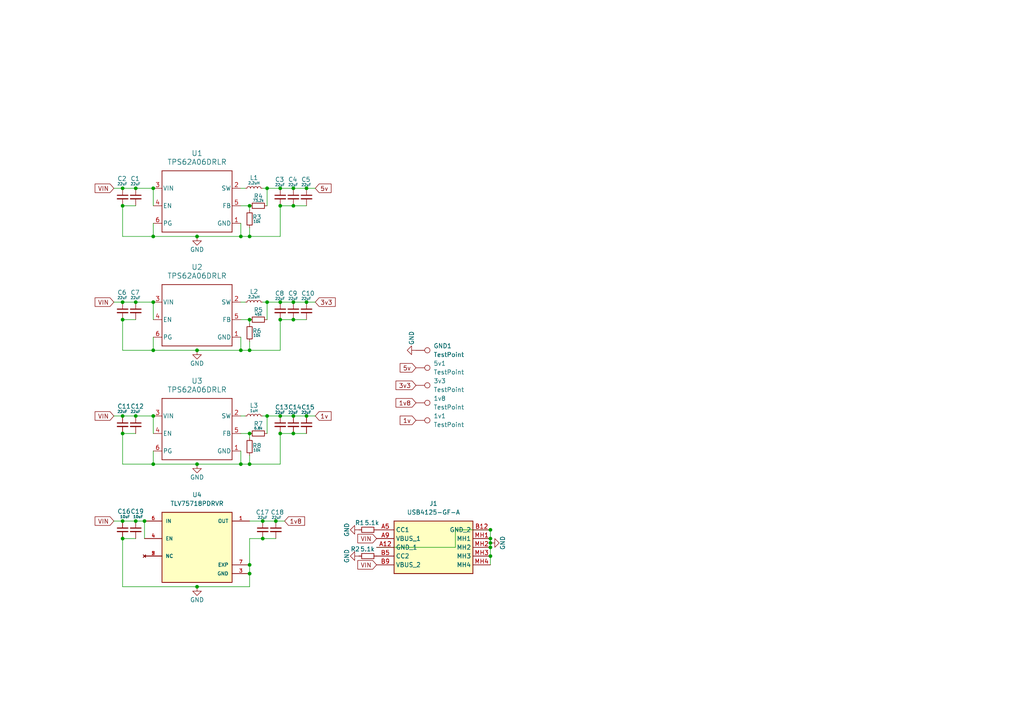
<source format=kicad_sch>
(kicad_sch (version 20231120) (generator "eeschema") (generator_version "8.0")
  (paper "A4")
  (lib_symbols
    (symbol "Connector:TestPoint" (pin_numbers hide) (pin_names (offset 0.762) hide)
      (property "Reference" "TP" (at 0 6.858 0))
      (property "Value" "TestPoint" (at 0 5.08 0))
      (symbol "TestPoint_0_1"
        (circle (center 0 3.302) (radius 0.762))
      )
      (symbol "TestPoint_1_1"
        (pin passive line (at 0 0 90) (length 2.54) (name "1") (number "1"))
      )
    )
    (symbol "Device:C_Small" (pin_numbers hide) (pin_names (offset 0.254) hide)
      (property "Reference" "C" (at 0.254 1.778 0))
      (property "Value" "C_Small" (at 0.254 -2.032 0))
      (symbol "C_Small_0_1"
        (polyline (pts (xy -1.524 -0.508) (xy 1.524 -0.508)) (stroke (width 0.3302)))
        (polyline (pts (xy -1.524 0.508) (xy 1.524 0.508)) (stroke (width 0.3048)))
      )
      (symbol "C_Small_1_1"
        (pin passive line (at 0 2.54 270) (length 2.032) (name "~") (number "1"))
        (pin passive line (at 0 -2.54 90) (length 2.032) (name "~") (number "2"))
      )
    )
    (symbol "Device:L_Small" (pin_numbers hide) (pin_names (offset 0.254) hide)
      (property "Reference" "L" (at 0.762 1.016 0))
      (property "Value" "L_Small" (at 0.762 -1.016 0))
      (symbol "L_Small_0_1"
        (arc (start 0 -2.032) (mid 0.5058 -1.524) (end 0 -1.016))
        (arc (start 0 -1.016) (mid 0.5058 -0.508) (end 0 0))
        (arc (start 0 0) (mid 0.5058 0.508) (end 0 1.016))
        (arc (start 0 1.016) (mid 0.5058 1.524) (end 0 2.032))
      )
      (symbol "L_Small_1_1"
        (pin passive line (at 0 2.54 270) (length 0.508) (name "~") (number "1"))
        (pin passive line (at 0 -2.54 90) (length 0.508) (name "~") (number "2"))
      )
    )
    (symbol "Device:R_Small" (pin_numbers hide) (pin_names (offset 0.254) hide)
      (property "Reference" "R" (at 0.762 0.508 0))
      (property "Value" "R_Small" (at 0.762 -1.016 0))
      (symbol "R_Small_0_1"
        (rectangle (start -0.762 1.778) (end 0.762 -1.778) (stroke (width 0.2032)))
      )
      (symbol "R_Small_1_1"
        (pin passive line (at 0 2.54 270) (length 0.762) (name "~") (number "1"))
        (pin passive line (at 0 -2.54 90) (length 0.762) (name "~") (number "2"))
      )
    )
    (symbol "PS2 PSU Symbols:TLV75718PDRVR" (pin_names (offset 1.016))
      (property "Reference" "U4" (at 0 15.24 0))
      (property "Value" "TLV75718PDRVR" (at 0 12.7 0))
      (symbol "TLV75718PDRVR_0_0"
        (rectangle (start -10.16 -10.16) (end 10.16 10.16) (stroke (width 0.254)) (fill (type background)))
        (pin output line (at 15.24 7.62 180) (length 5.08) (name "OUT") (number "1"))
        (pin no_connect line (at -15.24 -2.54 0) (length 5.08) (name "NC") (number "2"))
        (pin power_in line (at 15.24 -7.62 180) (length 5.08) (name "GND") (number "3"))
        (pin input line (at -15.24 2.54 0) (length 5.08) (name "EN") (number "4"))
        (pin no_connect line (at -15.24 -2.54 0) (length 5.08) (name "NC") (number "5"))
        (pin input line (at -15.24 7.62 0) (length 5.08) (name "IN") (number "6"))
        (pin power_in line (at 15.24 -5.08 180) (length 5.08) (name "EXP") (number "7"))
      )
    )
    (symbol "PS2 PSU Symbols:TPS62A06DRLR" (pin_names (offset 0.254))
      (property "Reference" "U" (at 0 2.54 0))
      (property "Value" "TPS62A06DRLR" (at 12.954 9.652 0))
      (symbol "TPS62A06DRLR_0_1"
        (polyline (pts (xy 5.08 -13.97) (xy 25.4 -13.97)) (stroke (width 0.2032)))
        (polyline (pts (xy 5.08 3.81) (xy 5.08 -13.97)) (stroke (width 0.2032)))
        (polyline (pts (xy 25.4 -13.97) (xy 25.4 3.81)) (stroke (width 0.2032)))
        (polyline (pts (xy 25.4 3.81) (xy 5.08 3.81)) (stroke (width 0.2032)))
      )
      (symbol "TPS62A06DRLR_1_1"
        (pin power_in line (at 27.94 -11.43 180) (length 2.54) (name "GND") (number "1"))
        (pin unspecified line (at 27.94 -1.27 180) (length 2.54) (name "SW") (number "2"))
        (pin power_in line (at 2.54 -1.27 0) (length 2.54) (name "VIN") (number "3"))
        (pin input line (at 2.54 -6.35 0) (length 2.54) (name "EN") (number "4"))
        (pin unspecified line (at 27.94 -6.35 180) (length 2.54) (name "FB") (number "5"))
        (pin open_collector line (at 2.54 -11.43 0) (length 2.54) (name "PG") (number "6"))
      )
    )
    (symbol "PS2 PSU Symbols:USB4125-GF-A"
      (property "Reference" "J" (at 29.21 7.62 0))
      (property "Value" "USB4125-GF-A" (at 29.21 5.08 0))
      (symbol "USB4125-GF-A_1_1"
        (rectangle (start 5.08 2.54) (end 27.94 -12.7) (stroke (width 0.254)) (fill (type background)))
        (pin passive line (at 0 -5.08 0) (length 5.08) (name "GND_1") (number "A12"))
        (pin passive line (at 0 0 0) (length 5.08) (name "CC1") (number "A5"))
        (pin passive line (at 0 -2.54 0) (length 5.08) (name "VBUS_1") (number "A9"))
        (pin passive line (at 33.02 0 180) (length 5.08) (name "GND_2") (number "B12"))
        (pin passive line (at 0 -7.62 0) (length 5.08) (name "CC2") (number "B5"))
        (pin passive line (at 0 -10.16 0) (length 5.08) (name "VBUS_2") (number "B9"))
        (pin passive line (at 33.02 -2.54 180) (length 5.08) (name "MH1") (number "MH1"))
        (pin passive line (at 33.02 -5.08 180) (length 5.08) (name "MH2") (number "MH2"))
        (pin passive line (at 33.02 -7.62 180) (length 5.08) (name "MH3") (number "MH3"))
        (pin passive line (at 33.02 -10.16 180) (length 5.08) (name "MH4") (number "MH4"))
      )
    )
    (symbol "power:GND" (power) (pin_numbers hide) (pin_names (offset 0) hide)
      (property "Value" "GND" (at 0 -3.81 0))
      (symbol "GND_0_1"
        (polyline (pts (xy 0 0) (xy 0 -1.27) (xy 1.27 -1.27) (xy 0 -2.54) (xy -1.27 -1.27) (xy 0 -1.27)))
      )
      (symbol "GND_1_1"
        (pin power_in line (at 0 0 270) (length 0) (name "~") (number "1"))
      )
    )
  )
  (junction (at 44.45 68.58))
  (junction (at 142.24 153.67))
  (junction (at 85.09 120.65))
  (junction (at 35.56 156.21))
  (junction (at 72.39 134.62))
  (junction (at 69.85 101.6))
  (junction (at 85.09 125.73))
  (junction (at 77.47 54.61))
  (junction (at 85.09 87.63))
  (junction (at 44.45 54.61))
  (junction (at 81.28 54.61))
  (junction (at 76.2 156.21))
  (junction (at 39.37 87.63))
  (junction (at 35.56 120.65))
  (junction (at 69.85 134.62))
  (junction (at 142.24 157.48))
  (junction (at 39.37 151.13))
  (junction (at 44.45 87.63))
  (junction (at 35.56 92.71))
  (junction (at 76.2 151.13))
  (junction (at 72.39 101.6))
  (junction (at 72.39 59.69))
  (junction (at 85.09 92.71))
  (junction (at 142.24 158.75))
  (junction (at 142.24 156.21))
  (junction (at 88.9 120.65))
  (junction (at 72.39 68.58))
  (junction (at 39.37 54.61))
  (junction (at 44.45 120.65))
  (junction (at 35.56 54.61))
  (junction (at 35.56 87.63))
  (junction (at 35.56 59.69))
  (junction (at 57.15 134.62))
  (junction (at 81.28 87.63))
  (junction (at 142.24 161.29))
  (junction (at 88.9 54.61))
  (junction (at 69.85 68.58))
  (junction (at 39.37 120.65))
  (junction (at 35.56 151.13))
  (junction (at 57.15 68.58))
  (junction (at 77.47 120.65))
  (junction (at 72.39 92.71))
  (junction (at 81.28 125.73))
  (junction (at 72.39 166.37))
  (junction (at 81.28 120.65))
  (junction (at 35.56 125.73))
  (junction (at 85.09 59.69))
  (junction (at 41.91 151.13))
  (junction (at 81.28 92.71))
  (junction (at 44.45 101.6))
  (junction (at 57.15 101.6))
  (junction (at 85.09 54.61))
  (junction (at 77.47 87.63))
  (junction (at 72.39 163.83))
  (junction (at 72.39 125.73))
  (junction (at 57.15 170.18))
  (junction (at 80.01 151.13))
  (junction (at 88.9 87.63))
  (junction (at 44.45 134.62))
  (junction (at 81.28 59.69))
  (wire (pts (xy 35.56 151.13) (xy 33.02 151.13)))
  (wire (pts (xy 72.39 163.83) (xy 72.39 166.37)))
  (wire (pts (xy 69.85 134.62) (xy 72.39 134.62)))
  (wire (pts (xy 35.56 87.63) (xy 39.37 87.63)))
  (wire (pts (xy 35.56 120.65) (xy 39.37 120.65)))
  (wire (pts (xy 76.2 120.65) (xy 77.47 120.65)))
  (wire (pts (xy 72.39 134.62) (xy 81.28 134.62)))
  (wire (pts (xy 81.28 54.61) (xy 85.09 54.61)))
  (wire (pts (xy 44.45 68.58) (xy 57.15 68.58)))
  (wire (pts (xy 77.47 120.65) (xy 77.47 125.73)))
  (wire (pts (xy 77.47 87.63) (xy 77.47 92.71)))
  (wire (pts (xy 77.47 87.63) (xy 81.28 87.63)))
  (wire (pts (xy 76.2 156.21) (xy 72.39 156.21)))
  (wire (pts (xy 142.24 153.67) (xy 142.24 156.21)))
  (wire (pts (xy 35.56 156.21) (xy 39.37 156.21)))
  (wire (pts (xy 72.39 66.04) (xy 72.39 68.58)))
  (wire (pts (xy 35.56 54.61) (xy 39.37 54.61)))
  (wire (pts (xy 69.85 54.61) (xy 71.12 54.61)))
  (wire (pts (xy 33.02 87.63) (xy 35.56 87.63)))
  (wire (pts (xy 85.09 87.63) (xy 88.9 87.63)))
  (wire (pts (xy 81.28 59.69) (xy 85.09 59.69)))
  (wire (pts (xy 77.47 54.61) (xy 81.28 54.61)))
  (wire (pts (xy 35.56 68.58) (xy 44.45 68.58)))
  (wire (pts (xy 44.45 54.61) (xy 44.45 59.69)))
  (wire (pts (xy 39.37 151.13) (xy 41.91 151.13)))
  (wire (pts (xy 57.15 134.62) (xy 69.85 134.62)))
  (wire (pts (xy 72.39 68.58) (xy 81.28 68.58)))
  (wire (pts (xy 39.37 120.65) (xy 44.45 120.65)))
  (wire (pts (xy 35.56 170.18) (xy 57.15 170.18)))
  (wire (pts (xy 69.85 68.58) (xy 69.85 64.77)))
  (wire (pts (xy 132.08 153.67) (xy 142.24 153.67)))
  (wire (pts (xy 142.24 161.29) (xy 142.24 163.83)))
  (wire (pts (xy 69.85 59.69) (xy 72.39 59.69)))
  (wire (pts (xy 72.39 151.13) (xy 76.2 151.13)))
  (wire (pts (xy 35.56 92.71) (xy 35.56 101.6)))
  (wire (pts (xy 69.85 92.71) (xy 72.39 92.71)))
  (wire (pts (xy 33.02 120.65) (xy 35.56 120.65)))
  (wire (pts (xy 85.09 92.71) (xy 88.9 92.71)))
  (wire (pts (xy 77.47 54.61) (xy 77.47 59.69)))
  (wire (pts (xy 44.45 101.6) (xy 57.15 101.6)))
  (wire (pts (xy 72.39 101.6) (xy 81.28 101.6)))
  (wire (pts (xy 81.28 120.65) (xy 85.09 120.65)))
  (wire (pts (xy 76.2 151.13) (xy 80.01 151.13)))
  (wire (pts (xy 85.09 125.73) (xy 88.9 125.73)))
  (wire (pts (xy 69.85 101.6) (xy 72.39 101.6)))
  (wire (pts (xy 85.09 54.61) (xy 88.9 54.61)))
  (wire (pts (xy 85.09 120.65) (xy 88.9 120.65)))
  (wire (pts (xy 132.08 158.75) (xy 132.08 153.67)))
  (wire (pts (xy 109.22 158.75) (xy 132.08 158.75)))
  (wire (pts (xy 35.56 125.73) (xy 39.37 125.73)))
  (wire (pts (xy 35.56 59.69) (xy 39.37 59.69)))
  (wire (pts (xy 80.01 151.13) (xy 82.55 151.13)))
  (wire (pts (xy 33.02 54.61) (xy 35.56 54.61)))
  (wire (pts (xy 35.56 101.6) (xy 44.45 101.6)))
  (wire (pts (xy 76.2 87.63) (xy 77.47 87.63)))
  (wire (pts (xy 88.9 120.65) (xy 91.44 120.65)))
  (wire (pts (xy 76.2 54.61) (xy 77.47 54.61)))
  (wire (pts (xy 81.28 125.73) (xy 85.09 125.73)))
  (wire (pts (xy 35.56 125.73) (xy 35.56 134.62)))
  (wire (pts (xy 69.85 87.63) (xy 71.12 87.63)))
  (wire (pts (xy 35.56 134.62) (xy 44.45 134.62)))
  (wire (pts (xy 57.15 170.18) (xy 72.39 170.18)))
  (wire (pts (xy 76.2 156.21) (xy 80.01 156.21)))
  (wire (pts (xy 81.28 125.73) (xy 81.28 134.62)))
  (wire (pts (xy 69.85 120.65) (xy 71.12 120.65)))
  (wire (pts (xy 81.28 87.63) (xy 85.09 87.63)))
  (wire (pts (xy 72.39 156.21) (xy 72.39 163.83)))
  (wire (pts (xy 88.9 54.61) (xy 91.44 54.61)))
  (wire (pts (xy 44.45 97.79) (xy 44.45 101.6)))
  (wire (pts (xy 69.85 134.62) (xy 69.85 130.81)))
  (wire (pts (xy 39.37 87.63) (xy 44.45 87.63)))
  (wire (pts (xy 57.15 101.6) (xy 69.85 101.6)))
  (wire (pts (xy 44.45 87.63) (xy 44.45 92.71)))
  (wire (pts (xy 39.37 54.61) (xy 44.45 54.61)))
  (wire (pts (xy 142.24 158.75) (xy 142.24 161.29)))
  (wire (pts (xy 88.9 87.63) (xy 91.44 87.63)))
  (wire (pts (xy 72.39 125.73) (xy 72.39 127)))
  (wire (pts (xy 81.28 92.71) (xy 85.09 92.71)))
  (wire (pts (xy 85.09 59.69) (xy 88.9 59.69)))
  (wire (pts (xy 72.39 59.69) (xy 72.39 60.96)))
  (wire (pts (xy 41.91 151.13) (xy 41.91 156.21)))
  (wire (pts (xy 35.56 92.71) (xy 39.37 92.71)))
  (wire (pts (xy 35.56 59.69) (xy 35.56 68.58)))
  (wire (pts (xy 57.15 68.58) (xy 69.85 68.58)))
  (wire (pts (xy 35.56 151.13) (xy 39.37 151.13)))
  (wire (pts (xy 44.45 64.77) (xy 44.45 68.58)))
  (wire (pts (xy 44.45 130.81) (xy 44.45 134.62)))
  (wire (pts (xy 81.28 59.69) (xy 81.28 68.58)))
  (wire (pts (xy 69.85 101.6) (xy 69.85 97.79)))
  (wire (pts (xy 69.85 68.58) (xy 72.39 68.58)))
  (wire (pts (xy 44.45 120.65) (xy 44.45 125.73)))
  (wire (pts (xy 44.45 134.62) (xy 57.15 134.62)))
  (wire (pts (xy 72.39 92.71) (xy 72.39 93.98)))
  (wire (pts (xy 142.24 156.21) (xy 142.24 157.48)))
  (wire (pts (xy 142.24 157.48) (xy 142.24 158.75)))
  (wire (pts (xy 69.85 125.73) (xy 72.39 125.73)))
  (wire (pts (xy 72.39 170.18) (xy 72.39 166.37)))
  (wire (pts (xy 72.39 99.06) (xy 72.39 101.6)))
  (wire (pts (xy 77.47 120.65) (xy 81.28 120.65)))
  (wire (pts (xy 81.28 92.71) (xy 81.28 101.6)))
  (wire (pts (xy 35.56 156.21) (xy 35.56 170.18)))
  (wire (pts (xy 72.39 132.08) (xy 72.39 134.62)))
  (global_label "VIN" (shape input) (at 109.22 156.21 180) (property "Intersheetrefs" "${INTERSHEET_REFS}" (effects (hide yes))))
  (global_label "VIN" (shape input) (at 33.02 120.65 180) (property "Intersheetrefs" "${INTERSHEET_REFS}" (effects (hide yes))))
  (global_label "VIN" (shape input) (at 33.02 54.61 180) (property "Intersheetrefs" "${INTERSHEET_REFS}" (effects (hide yes))))
  (global_label "VIN" (shape input) (at 109.22 163.83 180) (property "Intersheetrefs" "${INTERSHEET_REFS}" (effects (hide yes))))
  (global_label "1v8" (shape input) (at 82.55 151.13 0) (property "Intersheetrefs" "${INTERSHEET_REFS}" (effects (hide yes))))
  (global_label "1v" (shape input) (at 120.65 121.92 180) (property "Intersheetrefs" "${INTERSHEET_REFS}" (effects (hide yes))))
  (global_label "5v" (shape input) (at 120.65 106.68 180) (property "Intersheetrefs" "${INTERSHEET_REFS}" (effects (hide yes))))
  (global_label "1v8" (shape input) (at 120.65 116.84 180) (property "Intersheetrefs" "${INTERSHEET_REFS}" (effects (hide yes))))
  (global_label "3v3" (shape input) (at 120.65 111.76 180) (property "Intersheetrefs" "${INTERSHEET_REFS}" (effects (hide yes))))
  (global_label "3v3" (shape input) (at 91.44 87.63 0) (property "Intersheetrefs" "${INTERSHEET_REFS}" (effects (hide yes))))
  (global_label "5v" (shape input) (at 91.44 54.61 0) (property "Intersheetrefs" "${INTERSHEET_REFS}" (effects (hide yes))))
  (global_label "1v" (shape input) (at 91.44 120.65 0) (property "Intersheetrefs" "${INTERSHEET_REFS}" (effects (hide yes))))
  (global_label "VIN" (shape input) (at 33.02 151.13 180) (property "Intersheetrefs" "${INTERSHEET_REFS}" (effects (hide yes))))
  (global_label "VIN" (shape input) (at 33.02 87.63 180) (property "Intersheetrefs" "${INTERSHEET_REFS}" (effects (hide yes))))
  (symbol (lib_id "Device:C_Small") (at 81.28 57.15 0) (unit 1)
    (property "Reference" "C3" (at 79.756 52.07 0) (effects (justify left)))
    (property "Value" "22uF" (at 79.756 53.594 0) (effects (font (size 0.762 0.762)) (justify left)))
    (property "Footprint" "Capacitor_SMD:C_0805_2012Metric" (effects (hide yes)))
    (property "Description" "Unpolarized capacitor, small symbol" (effects (hide yes)))
  )
  (symbol (lib_id "Device:L_Small") (at 73.66 120.65 90) (unit 1)
    (property "Reference" "L3" (at 73.66 117.602 90))
    (property "Value" "1uH" (at 73.66 119.126 90) (effects (font (size 0.762 0.762))))
    (property "Footprint" "Inductor_SMD:L_Coilcraft_XAL4020-XXX" (effects (hide yes)))
    (property "Description" "Inductor, small symbol" (effects (hide yes)))
  )
  (symbol (lib_id "Device:C_Small") (at 39.37 153.67 0) (unit 1)
    (property "Reference" "C19" (at 37.846 148.336 0) (effects (justify left)))
    (property "Value" "10uF" (at 38.608 149.86 0) (effects (font (size 0.762 0.762)) (justify left)))
    (property "Footprint" "Capacitor_SMD:C_0805_2012Metric" (effects (hide yes)))
    (property "Description" "Unpolarized capacitor, small symbol" (effects (hide yes)))
  )
  (symbol (lib_id "power:GND") (at 57.15 101.6 0) (unit 1)
    (property "Reference" "#PWR05" (effects (hide yes)))
    (property "Value" "GND" (at 57.15 105.41 0))
    (property "Description" "Power symbol creates a global label with name \"GND\" , ground" (effects (hide yes)))
  )
  (symbol (lib_id "Device:C_Small") (at 39.37 90.17 0) (unit 1)
    (property "Reference" "C7" (at 37.846 84.836 0) (effects (justify left)))
    (property "Value" "22uF" (at 37.846 86.36 0) (effects (font (size 0.762 0.762)) (justify left)))
    (property "Footprint" "Capacitor_SMD:C_0805_2012Metric" (effects (hide yes)))
    (property "Description" "Unpolarized capacitor, small symbol" (effects (hide yes)))
  )
  (symbol (lib_id "PS2 PSU Symbols:TPS62A06DRLR") (at 41.91 86.36 0) (unit 1)
    (property "Reference" "U2" (at 57.15 77.47 0) (effects (font (size 1.524 1.524))))
    (property "Value" "TPS62A06DRLR" (at 57.15 80.01 0) (effects (font (size 1.524 1.524))))
    (property "Footprint" "PS2 PSU Footprints:TPS62A06DRLR" (effects (hide yes)))
    (property "Datasheet" "TPS62A06DRLR" (effects (hide yes)))
  )
  (symbol (lib_id "Connector:TestPoint") (at 120.65 121.92 270) (unit 1)
    (property "Reference" "1v1" (at 125.73 120.6499 90) (effects (justify left)))
    (property "Value" "TestPoint" (at 125.73 123.1899 90) (effects (justify left)))
    (property "Footprint" "TestPoint:TestPoint_Pad_D2.5mm" (effects (hide yes)))
    (property "Description" "test point" (effects (hide yes)))
  )
  (symbol (lib_id "Connector:TestPoint") (at 120.65 116.84 270) (unit 1)
    (property "Reference" "1v8" (at 125.73 115.5699 90) (effects (justify left)))
    (property "Value" "TestPoint" (at 125.73 118.1099 90) (effects (justify left)))
    (property "Footprint" "TestPoint:TestPoint_Pad_D2.5mm" (effects (hide yes)))
    (property "Description" "test point" (effects (hide yes)))
  )
  (symbol (lib_id "PS2 PSU Symbols:TLV75718PDRVR") (at 57.15 158.75 0) (unit 1)
    (property "Reference" "U4" (at 57.15 143.51 0))
    (property "Value" "TLV75718PDRVR" (at 57.15 146.05 0))
    (property "Footprint" "PS2 PSU Footprints:TLV75718PDRVR" (effects (hide yes)))
    (property "MF" "Texas Instruments" (effects (hide yes)))
    (property "Purchase-URL" "https://pricing.snapeda.com/search/part/TLV75718PDRVR/?ref=eda" (effects (hide yes)))
    (property "Package" "WSON-6 Texas Instruments" (effects (hide yes)))
    (property "Price" "None" (effects (hide yes)))
    (property "Check_prices" "https://www.snapeda.com/parts/TLV75718PDRVR/Texas+Instruments/view-part/?ref=eda" (effects (hide yes)))
    (property "SnapEDA_Link" "https://www.snapeda.com/parts/TLV75718PDRVR/Texas+Instruments/view-part/?ref=snap" (effects (hide yes)))
    (property "MP" "TLV75718PDRVR" (effects (hide yes)))
    (property "Availability" "In Stock" (effects (hide yes)))
    (property "Description_1" "\n                        \n                            1-A, low-IQ high-accuracy low-dropout (LDO) voltage regulator with enable\n                        \n" (effects (hide yes)))
  )
  (symbol (lib_id "power:GND") (at 104.14 153.67 270) (unit 1)
    (property "Reference" "#PWR01" (effects (hide yes)))
    (property "Value" "GND" (at 100.584 153.67 0))
    (property "Description" "Power symbol creates a global label with name \"GND\" , ground" (effects (hide yes)))
  )
  (symbol (lib_id "PS2 PSU Symbols:TPS62A06DRLR") (at 41.91 53.34 0) (unit 1)
    (property "Reference" "U1" (at 57.15 44.45 0) (effects (font (size 1.524 1.524))))
    (property "Value" "TPS62A06DRLR" (at 57.15 46.99 0) (effects (font (size 1.524 1.524))))
    (property "Footprint" "PS2 PSU Footprints:TPS62A06DRLR" (effects (hide yes)))
    (property "Datasheet" "TPS62A06DRLR" (effects (hide yes)))
  )
  (symbol (lib_id "PS2 PSU Symbols:TPS62A06DRLR") (at 41.91 119.38 0) (unit 1)
    (property "Reference" "U3" (at 57.15 110.49 0) (effects (font (size 1.524 1.524))))
    (property "Value" "TPS62A06DRLR" (at 57.15 113.03 0) (effects (font (size 1.524 1.524))))
    (property "Footprint" "PS2 PSU Footprints:TPS62A06DRLR" (effects (hide yes)))
    (property "Datasheet" "TPS62A06DRLR" (effects (hide yes)))
  )
  (symbol (lib_id "Device:C_Small") (at 81.28 123.19 0) (unit 1)
    (property "Reference" "C13" (at 79.756 118.11 0) (effects (justify left)))
    (property "Value" "22uF" (at 79.756 119.634 0) (effects (font (size 0.762 0.762)) (justify left)))
    (property "Footprint" "Capacitor_SMD:C_0805_2012Metric" (effects (hide yes)))
    (property "Description" "Unpolarized capacitor, small symbol" (effects (hide yes)))
  )
  (symbol (lib_id "Device:C_Small") (at 35.56 57.15 0) (unit 1)
    (property "Reference" "C2" (at 34.036 51.816 0) (effects (justify left)))
    (property "Value" "22uF" (at 34.036 53.34 0) (effects (font (size 0.762 0.762)) (justify left)))
    (property "Footprint" "Capacitor_SMD:C_0805_2012Metric" (effects (hide yes)))
    (property "Description" "Unpolarized capacitor, small symbol" (effects (hide yes)))
  )
  (symbol (lib_id "power:GND") (at 104.14 161.29 270) (unit 1)
    (property "Reference" "#PWR03" (effects (hide yes)))
    (property "Value" "GND" (at 100.584 161.29 0))
    (property "Description" "Power symbol creates a global label with name \"GND\" , ground" (effects (hide yes)))
  )
  (symbol (lib_id "Device:C_Small") (at 80.01 153.67 0) (unit 1)
    (property "Reference" "C18" (at 78.486 148.59 0) (effects (justify left)))
    (property "Value" "22uF" (at 78.74 150.114 0) (effects (font (size 0.762 0.762)) (justify left)))
    (property "Footprint" "Capacitor_SMD:C_0805_2012Metric" (effects (hide yes)))
    (property "Description" "Unpolarized capacitor, small symbol" (effects (hide yes)))
  )
  (symbol (lib_id "Device:R_Small") (at 72.39 63.5 180) (unit 1)
    (property "Reference" "R3" (at 73.152 62.992 0) (effects (justify right)))
    (property "Value" "10k" (at 73.406 64.262 0) (effects (font (size 0.762 0.762)) (justify right)))
    (property "Footprint" "Resistor_SMD:R_0603_1608Metric" (effects (hide yes)))
    (property "Description" "Resistor, small symbol" (effects (hide yes)))
  )
  (symbol (lib_id "Device:R_Small") (at 72.39 129.54 180) (unit 1)
    (property "Reference" "R8" (at 73.152 129.286 0) (effects (justify right)))
    (property "Value" "10k" (at 73.406 130.556 0) (effects (font (size 0.762 0.762)) (justify right)))
    (property "Footprint" "Resistor_SMD:R_0603_1608Metric" (effects (hide yes)))
    (property "Description" "Resistor, small symbol" (effects (hide yes)))
  )
  (symbol (lib_id "Device:R_Small") (at 106.68 153.67 270) (unit 1)
    (property "Reference" "R1" (at 105.664 151.638 90) (effects (justify right)))
    (property "Value" "5.1k" (at 109.982 151.638 90) (effects (justify right)))
    (property "Footprint" "Resistor_SMD:R_0402_1005Metric" (effects (hide yes)))
    (property "Description" "Resistor, small symbol" (effects (hide yes)))
  )
  (symbol (lib_id "Device:R_Small") (at 74.93 92.71 270) (unit 1)
    (property "Reference" "R5" (at 74.93 89.916 90))
    (property "Value" "45k" (at 74.93 91.186 90) (effects (font (size 0.762 0.762))))
    (property "Footprint" "Resistor_SMD:R_0603_1608Metric" (effects (hide yes)))
    (property "Description" "Resistor, small symbol" (effects (hide yes)))
  )
  (symbol (lib_id "Device:C_Small") (at 35.56 153.67 0) (unit 1)
    (property "Reference" "C16" (at 34.036 148.336 0) (effects (justify left)))
    (property "Value" "10uF" (at 34.798 149.86 0) (effects (font (size 0.762 0.762)) (justify left)))
    (property "Footprint" "Capacitor_SMD:C_0805_2012Metric" (effects (hide yes)))
    (property "Description" "Unpolarized capacitor, small symbol" (effects (hide yes)))
  )
  (symbol (lib_id "Device:C_Small") (at 85.09 57.15 0) (unit 1)
    (property "Reference" "C4" (at 83.566 52.07 0) (effects (justify left)))
    (property "Value" "22uF" (at 83.566 53.594 0) (effects (font (size 0.762 0.762)) (justify left)))
    (property "Footprint" "Capacitor_SMD:C_0805_2012Metric" (effects (hide yes)))
    (property "Description" "Unpolarized capacitor, small symbol" (effects (hide yes)))
  )
  (symbol (lib_id "Device:C_Small") (at 81.28 90.17 0) (unit 1)
    (property "Reference" "C8" (at 79.756 85.09 0) (effects (justify left)))
    (property "Value" "22uF" (at 79.756 86.614 0) (effects (font (size 0.762 0.762)) (justify left)))
    (property "Footprint" "Capacitor_SMD:C_0805_2012Metric" (effects (hide yes)))
    (property "Description" "Unpolarized capacitor, small symbol" (effects (hide yes)))
  )
  (symbol (lib_id "Device:C_Small") (at 76.2 153.67 0) (unit 1)
    (property "Reference" "C17" (at 74.168 148.59 0) (effects (justify left)))
    (property "Value" "22uF" (at 74.676 150.114 0) (effects (font (size 0.762 0.762)) (justify left)))
    (property "Footprint" "Capacitor_SMD:C_0805_2012Metric" (effects (hide yes)))
    (property "Description" "Unpolarized capacitor, small symbol" (effects (hide yes)))
  )
  (symbol (lib_id "Device:C_Small") (at 85.09 123.19 0) (unit 1)
    (property "Reference" "C14" (at 83.566 118.11 0) (effects (justify left)))
    (property "Value" "22uF" (at 83.566 119.634 0) (effects (font (size 0.762 0.762)) (justify left)))
    (property "Footprint" "Capacitor_SMD:C_0805_2012Metric" (effects (hide yes)))
    (property "Description" "Unpolarized capacitor, small symbol" (effects (hide yes)))
  )
  (symbol (lib_id "power:GND") (at 120.65 101.6 270) (unit 1)
    (property "Reference" "#PWR022" (effects (hide yes)))
    (property "Value" "GND" (at 119.38 98.044 0))
    (property "Description" "Power symbol creates a global label with name \"GND\" , ground" (effects (hide yes)))
  )
  (symbol (lib_id "Device:C_Small") (at 88.9 57.15 0) (unit 1)
    (property "Reference" "C5" (at 87.376 52.07 0) (effects (justify left)))
    (property "Value" "22uF" (at 87.376 53.594 0) (effects (font (size 0.762 0.762)) (justify left)))
    (property "Footprint" "Capacitor_SMD:C_0805_2012Metric" (effects (hide yes)))
    (property "Description" "Unpolarized capacitor, small symbol" (effects (hide yes)))
  )
  (symbol (lib_id "Device:C_Small") (at 85.09 90.17 0) (unit 1)
    (property "Reference" "C9" (at 83.566 85.09 0) (effects (justify left)))
    (property "Value" "22uF" (at 83.566 86.614 0) (effects (font (size 0.762 0.762)) (justify left)))
    (property "Footprint" "Capacitor_SMD:C_0805_2012Metric" (effects (hide yes)))
    (property "Description" "Unpolarized capacitor, small symbol" (effects (hide yes)))
  )
  (symbol (lib_id "Connector:TestPoint") (at 120.65 111.76 270) (unit 1)
    (property "Reference" "3v3" (at 125.73 110.4899 90) (effects (justify left)))
    (property "Value" "TestPoint" (at 125.73 113.0299 90) (effects (justify left)))
    (property "Footprint" "TestPoint:TestPoint_Pad_D2.5mm" (effects (hide yes)))
    (property "Description" "test point" (effects (hide yes)))
  )
  (symbol (lib_id "Device:R_Small") (at 74.93 59.69 270) (unit 1)
    (property "Reference" "R4" (at 74.93 56.896 90))
    (property "Value" "73.2k" (at 74.93 58.166 90) (effects (font (size 0.762 0.762))))
    (property "Footprint" "Resistor_SMD:R_0603_1608Metric" (effects (hide yes)))
    (property "Description" "Resistor, small symbol" (effects (hide yes)))
  )
  (symbol (lib_id "Device:C_Small") (at 35.56 90.17 0) (unit 1)
    (property "Reference" "C6" (at 34.036 84.836 0) (effects (justify left)))
    (property "Value" "22uF" (at 34.036 86.36 0) (effects (font (size 0.762 0.762)) (justify left)))
    (property "Footprint" "Capacitor_SMD:C_0805_2012Metric" (effects (hide yes)))
    (property "Description" "Unpolarized capacitor, small symbol" (effects (hide yes)))
  )
  (symbol (lib_id "Device:R_Small") (at 74.93 125.73 270) (unit 1)
    (property "Reference" "R7" (at 74.93 122.936 90))
    (property "Value" "6.8k" (at 74.93 124.206 90) (effects (font (size 0.762 0.762))))
    (property "Footprint" "Resistor_SMD:R_0603_1608Metric" (effects (hide yes)))
    (property "Description" "Resistor, small symbol" (effects (hide yes)))
  )
  (symbol (lib_id "power:GND") (at 142.24 157.48 90) (unit 1)
    (property "Reference" "#PWR02" (effects (hide yes)))
    (property "Value" "GND" (at 145.796 157.48 0))
    (property "Description" "Power symbol creates a global label with name \"GND\" , ground" (effects (hide yes)))
  )
  (symbol (lib_id "Device:C_Small") (at 39.37 123.19 0) (unit 1)
    (property "Reference" "C12" (at 37.846 117.856 0) (effects (justify left)))
    (property "Value" "22uF" (at 37.846 119.38 0) (effects (font (size 0.762 0.762)) (justify left)))
    (property "Footprint" "Capacitor_SMD:C_0805_2012Metric" (effects (hide yes)))
    (property "Description" "Unpolarized capacitor, small symbol" (effects (hide yes)))
  )
  (symbol (lib_id "Connector:TestPoint") (at 120.65 101.6 270) (unit 1)
    (property "Reference" "GND1" (at 125.73 100.3299 90) (effects (justify left)))
    (property "Value" "TestPoint" (at 125.73 102.8699 90) (effects (justify left)))
    (property "Footprint" "TestPoint:TestPoint_Pad_2.5x2.5mm" (effects (hide yes)))
    (property "Description" "test point" (effects (hide yes)))
  )
  (symbol (lib_id "Device:C_Small") (at 88.9 123.19 0) (unit 1)
    (property "Reference" "C15" (at 87.376 118.11 0) (effects (justify left)))
    (property "Value" "22uF" (at 87.376 119.634 0) (effects (font (size 0.762 0.762)) (justify left)))
    (property "Footprint" "Capacitor_SMD:C_0805_2012Metric" (effects (hide yes)))
    (property "Description" "Unpolarized capacitor, small symbol" (effects (hide yes)))
  )
  (symbol (lib_id "Device:C_Small") (at 39.37 57.15 0) (unit 1)
    (property "Reference" "C1" (at 37.846 51.816 0) (effects (justify left)))
    (property "Value" "22uF" (at 37.846 53.34 0) (effects (font (size 0.762 0.762)) (justify left)))
    (property "Footprint" "Capacitor_SMD:C_0805_2012Metric" (effects (hide yes)))
    (property "Description" "Unpolarized capacitor, small symbol" (effects (hide yes)))
  )
  (symbol (lib_id "Device:L_Small") (at 73.66 54.61 90) (unit 1)
    (property "Reference" "L1" (at 73.66 51.562 90))
    (property "Value" "2.2uH" (at 73.66 53.086 90) (effects (font (size 0.762 0.762))))
    (property "Footprint" "Inductor_SMD:L_Coilcraft_XAL4020-XXX" (effects (hide yes)))
    (property "Description" "Inductor, small symbol" (effects (hide yes)))
  )
  (symbol (lib_id "Device:R_Small") (at 106.68 161.29 270) (unit 1)
    (property "Reference" "R2" (at 104.394 159.258 90) (effects (justify right)))
    (property "Value" "5.1k" (at 108.712 159.258 90) (effects (justify right)))
    (property "Footprint" "Resistor_SMD:R_0402_1005Metric" (effects (hide yes)))
    (property "Description" "Resistor, small symbol" (effects (hide yes)))
  )
  (symbol (lib_id "power:GND") (at 57.15 134.62 0) (unit 1)
    (property "Reference" "#PWR06" (effects (hide yes)))
    (property "Value" "GND" (at 57.15 138.43 0))
    (property "Description" "Power symbol creates a global label with name \"GND\" , ground" (effects (hide yes)))
  )
  (symbol (lib_id "power:GND") (at 57.15 170.18 0) (unit 1)
    (property "Reference" "#PWR07" (effects (hide yes)))
    (property "Value" "GND" (at 57.15 173.99 0))
    (property "Description" "Power symbol creates a global label with name \"GND\" , ground" (effects (hide yes)))
  )
  (symbol (lib_id "PS2 PSU Symbols:USB4125-GF-A") (at 109.22 153.67 0) (unit 1)
    (property "Reference" "J1" (at 125.73 146.05 0))
    (property "Value" "USB4125-GF-A" (at 125.73 148.59 0))
    (property "Footprint" "PS2 PSU Footprints:USB4125GFA" (effects (hide yes)))
    (property "Datasheet" "https://gct.co/files/drawings/usb4125.pdf?v=f2858e04-a173-4b74-b17f-8f865ddc3728" (effects (hide yes)))
    (property "Description" "USB-C (USB TYPE-C) Receptacle Connector 24 (6+18 Dummy) Position Surface Mount, Right Angle; Through Hole" (effects (hide yes)))
    (property "Height" "3.41" (effects (hide yes)))
    (property "Mouser Part Number" "640-USB4125-GF-A" (effects (hide yes)))
    (property "Mouser Price/Stock" "https://www.mouser.co.uk/ProductDetail/GCT/USB4125-GF-A?qs=KUoIvG%2F9IlaIQ4zBJ6gLeA%3D%3D" (effects (hide yes)))
    (property "Manufacturer_Name" "GCT (GLOBAL CONNECTOR TECHNOLOGY)" (effects (hide yes)))
    (property "Manufacturer_Part_Number" "USB4125-GF-A" (effects (hide yes)))
  )
  (symbol (lib_id "Device:R_Small") (at 72.39 96.52 180) (unit 1)
    (property "Reference" "R6" (at 73.152 96.012 0) (effects (justify right)))
    (property "Value" "10k" (at 73.406 97.282 0) (effects (font (size 0.762 0.762)) (justify right)))
    (property "Footprint" "Resistor_SMD:R_0603_1608Metric" (effects (hide yes)))
    (property "Description" "Resistor, small symbol" (effects (hide yes)))
  )
  (symbol (lib_id "Device:L_Small") (at 73.66 87.63 90) (unit 1)
    (property "Reference" "L2" (at 73.66 84.582 90))
    (property "Value" "2.2uH" (at 73.66 86.106 90) (effects (font (size 0.762 0.762))))
    (property "Footprint" "Inductor_SMD:L_Coilcraft_XAL4020-XXX" (effects (hide yes)))
    (property "Description" "Inductor, small symbol" (effects (hide yes)))
  )
  (symbol (lib_id "Device:C_Small") (at 88.9 90.17 0) (unit 1)
    (property "Reference" "C10" (at 87.376 85.09 0) (effects (justify left)))
    (property "Value" "22uF" (at 87.376 86.614 0) (effects (font (size 0.762 0.762)) (justify left)))
    (property "Footprint" "Capacitor_SMD:C_0805_2012Metric" (effects (hide yes)))
    (property "Description" "Unpolarized capacitor, small symbol" (effects (hide yes)))
  )
  (symbol (lib_id "Device:C_Small") (at 35.56 123.19 0) (unit 1)
    (property "Reference" "C11" (at 34.036 117.856 0) (effects (justify left)))
    (property "Value" "22uF" (at 34.036 119.38 0) (effects (font (size 0.762 0.762)) (justify left)))
    (property "Footprint" "Capacitor_SMD:C_0805_2012Metric" (effects (hide yes)))
    (property "Description" "Unpolarized capacitor, small symbol" (effects (hide yes)))
  )
  (symbol (lib_id "Connector:TestPoint") (at 120.65 106.68 270) (unit 1)
    (property "Reference" "5v1" (at 125.73 105.4099 90) (effects (justify left)))
    (property "Value" "TestPoint" (at 125.73 107.9499 90) (effects (justify left)))
    (property "Footprint" "TestPoint:TestPoint_Pad_D2.5mm" (effects (hide yes)))
    (property "Description" "test point" (effects (hide yes)))
  )
  (symbol (lib_id "power:GND") (at 57.15 68.58 0) (unit 1)
    (property "Reference" "#PWR04" (effects (hide yes)))
    (property "Value" "GND" (at 57.15 72.39 0))
    (property "Description" "Power symbol creates a global label with name \"GND\" , ground" (effects (hide yes)))
  )
)
</source>
